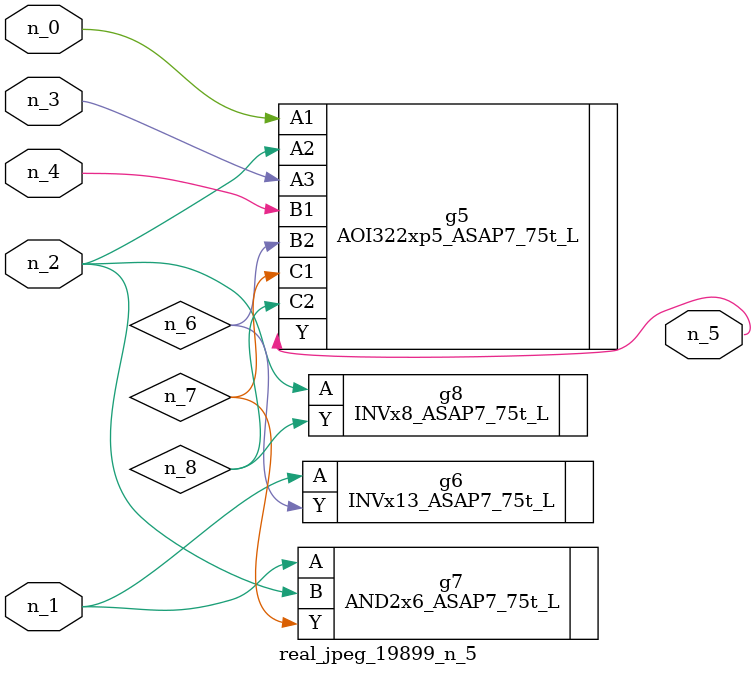
<source format=v>
module real_jpeg_19899_n_5 (n_4, n_0, n_1, n_2, n_3, n_5);

input n_4;
input n_0;
input n_1;
input n_2;
input n_3;

output n_5;

wire n_8;
wire n_6;
wire n_7;

AOI322xp5_ASAP7_75t_L g5 ( 
.A1(n_0),
.A2(n_2),
.A3(n_3),
.B1(n_4),
.B2(n_6),
.C1(n_7),
.C2(n_8),
.Y(n_5)
);

INVx13_ASAP7_75t_L g6 ( 
.A(n_1),
.Y(n_6)
);

AND2x6_ASAP7_75t_L g7 ( 
.A(n_1),
.B(n_2),
.Y(n_7)
);

INVx8_ASAP7_75t_L g8 ( 
.A(n_2),
.Y(n_8)
);


endmodule
</source>
